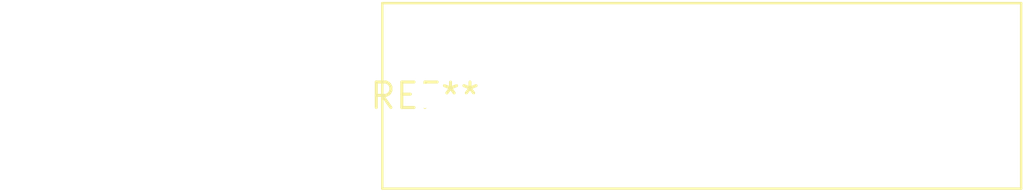
<source format=kicad_pcb>
(kicad_pcb (version 20240108) (generator pcbnew)
  (layers (0 "F.Cu" signal) (31 "B.Cu" signal) (34 "B.Paste" user) (35 "F.Paste" user) (36 "B.SilkS" user "B.Silkscreen") (37 "F.SilkS" user "F.Silkscreen") (38 "B.Mask" user) (39 "F.Mask" user) (44 "Edge.Cuts" user))
  (net 0 "")
  (footprint "C_Rect_L31.5mm_W9.0mm_P27.50mm_MKS4" (layer "F.Cu") (at 0 0)
    (property "Reference" "REF**")
    (property "Value" "C_Rect_L31.5mm_W9.0mm_P27.50mm_MKS4")
    (fp_line (start -2.12 -4.62) (end -2.12 4.62) (layer "F.SilkS") (stroke (width 0.12)))
    (fp_line (start -2.12 -4.62) (end 29.62 -4.62) (layer "F.SilkS") (stroke (width 0.12)))
    (fp_line (start -2.12 4.62) (end 29.62 4.62) (layer "F.SilkS") (stroke (width 0.12)))
    (fp_line (start 29.62 -4.62) (end 29.62 4.62) (layer "F.SilkS") (stroke (width 0.12)))
    (pad "1" thru_hole circle (at 0 0) (size 2.4 2.4) (drill 1.2) (layers *.Cu *.Mask) (remove_unused_layers))
    (pad "2" thru_hole circle (at 27.5 0) (size 2.4 2.4) (drill 1.2) (layers *.Cu *.Mask) (remove_unused_layers))
  )
)
</source>
